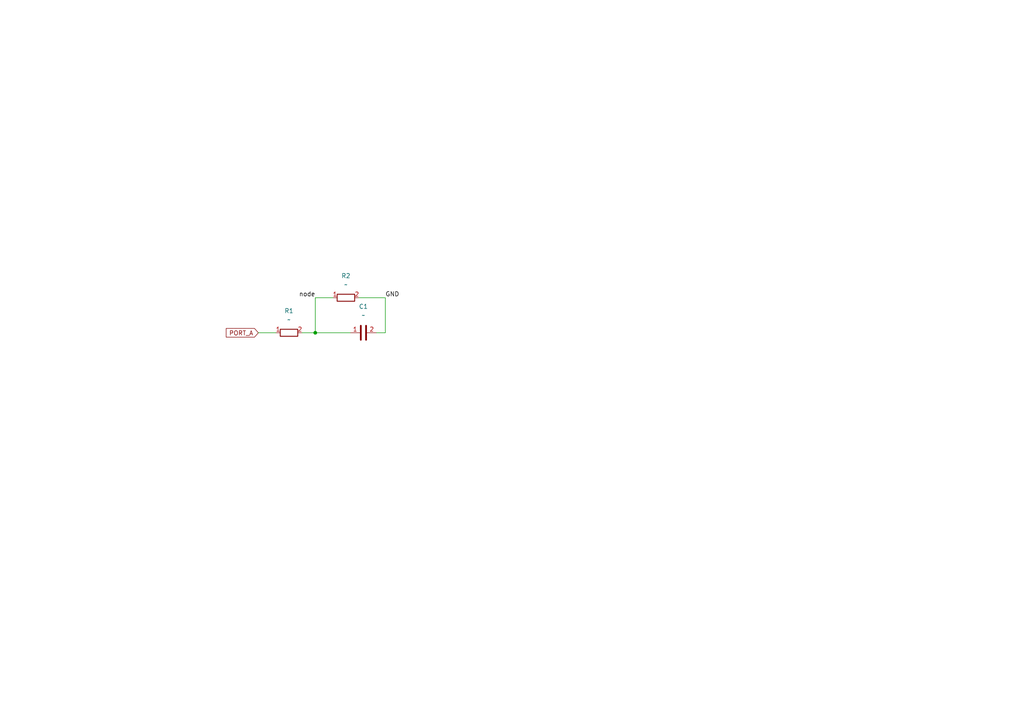
<source format=kicad_sch>
(kicad_sch (version 20211123) (generator eeschema)
  (paper "A4")
  (title_block (title "Simple Circuit") (date "2022-08-02") (rev "v01"))
  (lib_symbols
    (symbol "Device:C" (pin_names (offset 0.254))
      (property "Reference" "C" (at 0.635 2.54 0))
      (property "Value" "C" (at 0.635 -2.54 0))
      (symbol "C_0_1"
        (polyline (pts (xy -2.032 -0.762) (xy 2.032 -0.762)) (stroke (width 0.508)))
        (polyline (pts (xy -2.032 0.762) (xy 2.032 0.762)) (stroke (width 0.508)))
      )
      (symbol "C_1_1"
        (pin passive line (at 0 3.81 270) (length 2.794) (name "~") (number "1"))
        (pin passive line (at 0 -3.81 90) (length 2.794) (name "~") (number "2"))
      )
    )
    (symbol "Device:R" (pin_names (offset 0))
      (property "Reference" "R" (at 2.032 0 90))
      (property "Value" "R" (at 0 0 90))
      (symbol "R_0_1"
        (rectangle (start -1.016 -2.54) (end 1.016 2.54) (stroke (width 0.254)))
      )
      (symbol "R_1_1"
        (pin passive line (at 0 3.81 270) (length 1.27) (name "~") (number "1"))
        (pin passive line (at 0 -3.81 90) (length 1.27) (name "~") (number "2"))
      )
    )
  )
  (junction (at 91.44 96.52))
  (wire (pts (xy 91.44 86.36) (xy 91.44 96.52)))
  (wire (pts (xy 111.76 86.36) (xy 111.76 96.52)))
  (wire (pts (xy 104.14 86.36) (xy 111.76 86.36)))
  (wire (pts (xy 74.93 96.52) (xy 80.01 96.52)))
  (wire (pts (xy 91.44 86.36) (xy 96.52 86.36)))
  (wire (pts (xy 87.63 96.52) (xy 91.44 96.52)))
  (wire (pts (xy 109.22 96.52) (xy 111.76 96.52)))
  (wire (pts (xy 91.44 96.52) (xy 101.6 96.52)))
  (label "node" (at 91.44 86.36 180))
  (label "GND" (at 111.76 86.36 0))
  (global_label "PORT_A" (shape input) (at 74.93 96.52 180) (property "Intersheet References" "${INTERSHEET_REFS}" (effects hide)))
  (symbol (lib_id "Device:R") (at 83.82 96.52 90) (unit 1)
    (property "Reference" "R1" (at 83.82 90.17 90))
    (property "Value" "~" (at 83.82 92.71 90))
  )
  (symbol (lib_id "Device:R") (at 100.33 86.36 90) (unit 1)
    (property "Reference" "R2" (at 100.33 80.01 90))
    (property "Value" "~" (at 100.33 82.55 90))
  )
  (symbol (lib_id "Device:C") (at 105.41 96.52 90) (unit 1)
    (property "Reference" "C1" (at 105.41 88.9 90))
    (property "Value" "~" (at 105.41 91.44 90))
  )
)
</source>
